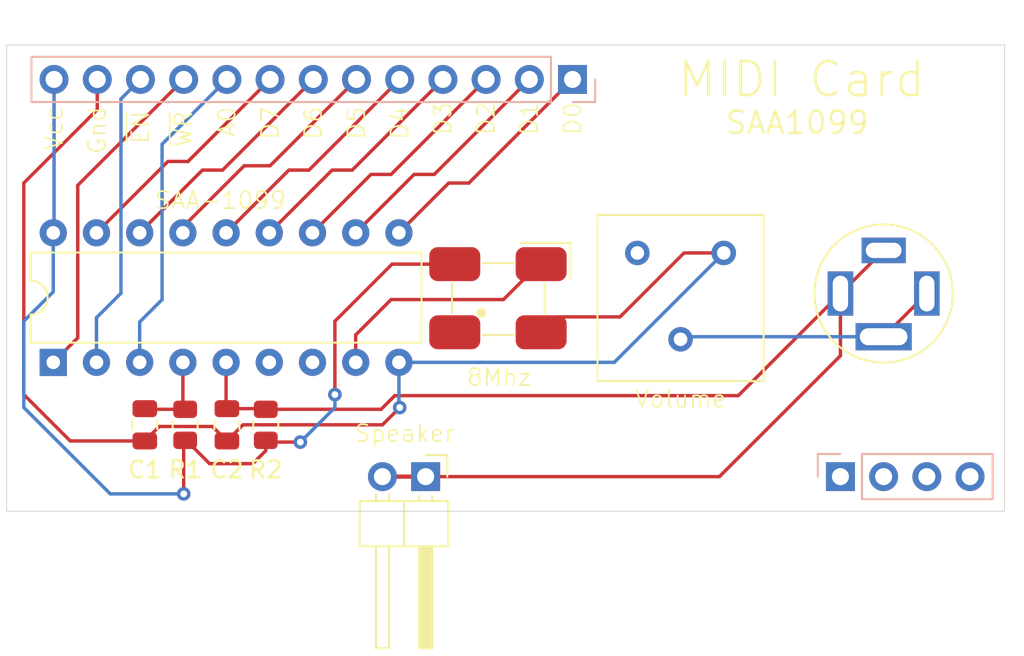
<source format=kicad_pcb>
(kicad_pcb (version 20211014) (generator pcbnew)
  (layers (0 "F.Cu" signal) (31 "B.Cu" signal) (34 "B.Paste" user) (35 "F.Paste" user) (36 "B.SilkS" user "B.Silkscreen") (37 "F.SilkS" user "F.Silkscreen") (38 "B.Mask" user) (39 "F.Mask" user) (44 "Edge.Cuts" user))
  (net 0 "")
  (net 1 "GND")
  (net 2 "Net-(LS1-PadR1)")
  (net 5 "Net-(U1-Pad3)")
  (net 6 "VCC")
  (net 7 "~{WRITE}")
  (net 8 "~{EN}")
  (net 9 "BUS0")
  (net 10 "A4")
  (net 11 "BUS1")
  (net 12 "BUS2")
  (net 13 "BUS3")
  (net 15 "BUS4")
  (net 17 "BUS5")
  (net 18 "BUS6")
  (net 19 "BUS7")
  (net 20 "SPEAKER_OUT")
  (net 25 "Net-(C1-Pad2)")
  (footprint "Resistor_SMD:R_0805_2012Metric" (layer "F.Cu") (at 152.908 74.676 90)
    (fp_text reference "R2" (at -2.64 0 180) (layer "F.SilkS"))
    (fp_text value "R_Small_US")
    (fp_line (start -0.227064 -0.735) (end 0.227064 -0.735) (layer "F.SilkS") (width 0.12))
    (fp_line (start -0.227064 0.735) (end 0.227064 0.735) (layer "F.SilkS") (width 0.12))
    (pad "1" smd roundrect locked (at -0.9125 0 90) (size 1.025 1.4) (layers "F.Cu" "F.Paste" "F.Mask") (roundrect_rratio 0.243902) (net 6 "VCC"))
    (pad "2" smd roundrect locked (at 0.9125 0 90) (size 1.025 1.4) (layers "F.Cu" "F.Paste" "F.Mask") (roundrect_rratio 0.243902) (net 20 "SPEAKER_OUT"))
  )
  (footprint "Capacitor_SMD:C_0805_2012Metric" (layer "F.Cu") (at 145.796 74.676 90)
    (fp_text reference "C1" (at -2.64 0 180) (layer "F.SilkS"))
    (fp_text value "C")
    (fp_line (start -0.261252 -0.735) (end 0.261252 -0.735) (layer "F.SilkS") (width 0.12))
    (fp_line (start -0.261252 0.735) (end 0.261252 0.735) (layer "F.SilkS") (width 0.12))
    (pad "1" smd roundrect locked (at -0.95 0 90) (size 1 1.45) (layers "F.Cu" "F.Paste" "F.Mask") (net 1 "GND"))
    (pad "2" smd roundrect locked (at 0.95 0 90) (size 1 1.45) (layers "F.Cu" "F.Paste" "F.Mask") (net 25 "Net-(C1-Pad2)"))
  )
  (footprint "Potentiometer_THT:Potentiometer_Bourns_3386F_Vertical" (layer "F.Cu") (at 174.752 64.565 -90)
    (fp_text reference "RV1" hide)
    (fp_text value "R_POT_TRIM_US")
    (fp_text user "Volume" (at 8.587 -2.54 unlocked) (layer "F.SilkS") (effects (font (thickness 0.1))))
    (fp_line (start 7.54 -7.425) (end 7.54 2.345) (layer "F.SilkS") (width 0.12))
    (fp_line (start -2.23 2.345) (end 7.54 2.345) (layer "F.SilkS") (width 0.12))
    (fp_line (start -2.23 -7.425) (end 7.54 -7.425) (layer "F.SilkS") (width 0.12))
    (fp_line (start -2.23 -7.425) (end -2.23 2.345) (layer "F.SilkS") (width 0.12))
    (pad "1" thru_hole circle (at 0 0 270) (size 1.44 1.44) (drill 0.8) (layers *.Cu *.Mask))
    (pad "2" thru_hole circle (at 5.08 -2.54 270) (size 1.44 1.44) (drill 0.8) (layers *.Cu *.Mask) (net 2 "Net-(LS1-PadR1)"))
    (pad "3" thru_hole circle (at 0 -5.08 270) (size 1.44 1.44) (drill 0.8) (layers *.Cu *.Mask) (net 1 "GND"))
  )
  (footprint "Stephenv6:CFPS-72 SMD Clock" (layer "F.Cu") (at 166.6075 57.0525)
    (fp_text reference "U1" hide)
    (fp_text value "SMD_Crystal")
    (fp_text user "8Mhz" (at 0.0165 14.8295 unlocked) (layer "F.SilkS") (effects (font (thickness 0.1))))
    (fp_line (start 2.7 9.28) (end 2.7 11.07) (layer "F.SilkS") (width 0.12))
    (fp_line (start -2.75 9.285) (end -2.75 11.075) (layer "F.SilkS") (width 0.12))
    (fp_line (start 0.88 12.34) (end -0.94 12.34) (layer "F.SilkS") (width 0.12))
    (fp_line (start 4.21 6.94) (end 4.21 9.02) (layer "F.SilkS") (width 0.12))
    (fp_line (start 1.3 6.92) (end 4.2 6.92) (layer "F.SilkS") (width 0.12))
    (fp_line (start 0.88 8.11) (end -0.94 8.11) (layer "F.SilkS") (width 0.12))
    (fp_circle (center -1.03 11.04) (end -0.806393 11.04) (layer "F.SilkS") (width 0.12) (fill solid))
    (pad "1" smd roundrect (at -2.59 12.18) (size 3 2) (layers "F.Cu" "F.Paste" "F.Mask"))
    (pad "2" smd roundrect (at 2.49 12.18) (size 3 2) (layers "F.Cu" "F.Paste" "F.Mask") (net 1 "GND"))
    (pad "3" smd roundrect (at 2.49 8.17) (size 3 2) (layers "F.Cu" "F.Paste" "F.Mask") (net 5 "Net-(U1-Pad3)"))
    (pad "4" smd roundrect (at -2.59 8.17) (size 3 2) (layers "F.Cu" "F.Paste" "F.Mask") (net 6 "VCC"))
  )
  (footprint "Stephenv6:speaker-jack" (layer "F.Cu") (at 189.2 57.655467)
    (fp_text reference "LS1" hide)
    (fp_text value "Speaker")
    (fp_circle (center 0.03 9.299533) (end 2.57 12.474533) (layer "F.SilkS") (width 0.12) (fill none))
    (pad "R1" thru_hole rect (at 2.57 9.299533 180) (size 1.5 2.6) (drill oval 0.9 2.1) (layers *.Cu *.Mask) (net 2 "Net-(LS1-PadR1)"))
    (pad "R2" thru_hole rect (at 0.03 11.839533 90) (size 1.6 3.3) (drill oval 1 2.8) (layers *.Cu *.Mask) (net 2 "Net-(LS1-PadR1)"))
    (pad "S" thru_hole rect (at 0.03 6.759533 90) (size 1.5 2.6) (drill oval 0.9 2.1) (layers *.Cu *.Mask) (net 20 "SPEAKER_OUT"))
    (pad "T" thru_hole rect (at -2.51 9.299533 180) (size 1.5 2.6) (drill oval 0.9 2.1) (layers *.Cu *.Mask) (net 20 "SPEAKER_OUT"))
  )
  (footprint "Connector_PinHeader_2.54mm:PinHeader_1x02_P2.54mm_Horizontal" (layer "F.Cu") (at 162.306 77.724 -90)
    (fp_text reference "J3" hide)
    (fp_text value "Conn_01x02")
    (fp_line (start 10.1 -0.38) (end 10.1 0.38) (layer "F.SilkS") (width 0.12))
    (fp_line (start -1.27 -1.27) (end 0 -1.27) (layer "F.SilkS") (width 0.12))
    (fp_line (start 4.1 -0.32) (end 10.1 -0.32) (layer "F.SilkS") (width 0.12))
    (fp_line (start -1.27 0) (end -1.27 -1.27) (layer "F.SilkS") (width 0.12))
    (fp_line (start 4.1 -0.08) (end 10.1 -0.08) (layer "F.SilkS") (width 0.12))
    (fp_line (start 4.1 0.04) (end 10.1 0.04) (layer "F.SilkS") (width 0.12))
    (fp_line (start 4.1 0.28) (end 10.1 0.28) (layer "F.SilkS") (width 0.12))
    (fp_line (start 1.44 3.87) (end 4.1 3.87) (layer "F.SilkS") (width 0.12))
    (fp_line (start 1.11 0.38) (end 1.44 0.38) (layer "F.SilkS") (width 0.12))
    (fp_line (start 4.1 0.16) (end 10.1 0.16) (layer "F.SilkS") (width 0.12))
    (fp_line (start 10.1 2.16) (end 10.1 2.92) (layer "F.SilkS") (width 0.12))
    (fp_line (start 4.1 -0.38) (end 10.1 -0.38) (layer "F.SilkS") (width 0.12))
    (fp_line (start 10.1 2.92) (end 4.1 2.92) (layer "F.SilkS") (width 0.12))
    (fp_line (start 1.042929 2.16) (end 1.44 2.16) (layer "F.SilkS") (width 0.12))
    (fp_line (start 10.1 0.38) (end 4.1 0.38) (layer "F.SilkS") (width 0.12))
    (fp_line (start 1.11 -0.38) (end 1.44 -0.38) (layer "F.SilkS") (width 0.12))
    (fp_line (start 1.44 1.27) (end 4.1 1.27) (layer "F.SilkS") (width 0.12))
    (fp_line (start 1.042929 2.92) (end 1.44 2.92) (layer "F.SilkS") (width 0.12))
    (fp_line (start 4.1 -0.2) (end 10.1 -0.2) (layer "F.SilkS") (width 0.12))
    (fp_line (start 1.44 -1.33) (end 1.44 3.87) (layer "F.SilkS") (width 0.12))
    (fp_line (start 4.1 2.16) (end 10.1 2.16) (layer "F.SilkS") (width 0.12))
    (fp_line (start 4.1 -1.33) (end 1.44 -1.33) (layer "F.SilkS") (width 0.12))
    (fp_line (start 4.1 3.87) (end 4.1 -1.33) (layer "F.SilkS") (width 0.12))
    (pad "1" thru_hole rect locked (at 0 0 270) (size 1.7 1.7) (drill 1) (layers *.Cu *.Mask) (net 20 "SPEAKER_OUT"))
    (pad "2" thru_hole oval locked (at 0 2.54 270) (size 1.7 1.7) (drill 1) (layers *.Cu *.Mask) (net 20 "SPEAKER_OUT"))
  )
  (footprint "Package_DIP:DIP-18_W7.62mm" (layer "F.Cu") (at 140.415 71 90)
    (fp_text reference "U2" hide)
    (fp_text value "SAA-1099")
    (fp_text user "SAA-1099 " (at 9.532 10.207 unlocked) (layer "F.SilkS") (effects (font (thickness 0.1))))
    (fp_line (start 2.81 -1.33) (end 1.16 -1.33) (layer "F.SilkS") (width 0.12))
    (fp_line (start 6.46 21.65) (end 6.46 -1.33) (layer "F.SilkS") (width 0.12))
    (fp_line (start 1.16 -1.33) (end 1.16 21.65) (layer "F.SilkS") (width 0.12))
    (fp_line (start 6.46 -1.33) (end 4.81 -1.33) (layer "F.SilkS") (width 0.12))
    (fp_line (start 1.16 21.65) (end 6.46 21.65) (layer "F.SilkS") (width 0.12))
    (fp_arc (start 4.81 -1.33) (mid 3.81 -0.33) (end 2.81 -1.33) (layer "F.SilkS") (width 0.12))
    (pad "1" thru_hole rect locked (at 0 0 90) (size 1.6 1.6) (drill 0.8) (layers *.Cu *.Mask) (net 7 "~{WRITE}"))
    (pad "2" thru_hole oval locked (at 0 2.54 90) (size 1.6 1.6) (drill 0.8) (layers *.Cu *.Mask) (net 8 "~{EN}"))
    (pad "3" thru_hole oval locked (at 0 5.08 90) (size 1.6 1.6) (drill 0.8) (layers *.Cu *.Mask) (net 10 "A4"))
    (pad "4" thru_hole oval locked (at 0 7.62 90) (size 1.6 1.6) (drill 0.8) (layers *.Cu *.Mask) (net 25 "Net-(C1-Pad2)"))
    (pad "5" thru_hole oval locked (at 0 10.16 90) (size 1.6 1.6) (drill 0.8) (layers *.Cu *.Mask) (net 20 "SPEAKER_OUT"))
    (pad "6" thru_hole oval locked (at 0 12.7 90) (size 1.6 1.6) (drill 0.8) (layers *.Cu *.Mask))
    (pad "7" thru_hole oval locked (at 0 15.24 90) (size 1.6 1.6) (drill 0.8) (layers *.Cu *.Mask))
    (pad "8" thru_hole oval locked (at 0 17.78 90) (size 1.6 1.6) (drill 0.8) (layers *.Cu *.Mask) (net 5 "Net-(U1-Pad3)"))
    (pad "9" thru_hole oval locked (at 0 20.32 90) (size 1.6 1.6) (drill 0.8) (layers *.Cu *.Mask) (net 1 "GND"))
    (pad "10" thru_hole oval locked (at 7.62 20.32 90) (size 1.6 1.6) (drill 0.8) (layers *.Cu *.Mask) (net 9 "BUS0"))
    (pad "11" thru_hole oval locked (at 7.62 17.78 90) (size 1.6 1.6) (drill 0.8) (layers *.Cu *.Mask) (net 11 "BUS1"))
    (pad "12" thru_hole oval locked (at 7.62 15.24 90) (size 1.6 1.6) (drill 0.8) (layers *.Cu *.Mask) (net 12 "BUS2"))
    (pad "13" thru_hole oval locked (at 7.62 12.7 90) (size 1.6 1.6) (drill 0.8) (layers *.Cu *.Mask) (net 13 "BUS3"))
    (pad "14" thru_hole oval locked (at 7.62 10.16 90) (size 1.6 1.6) (drill 0.8) (layers *.Cu *.Mask) (net 15 "BUS4"))
    (pad "15" thru_hole oval locked (at 7.62 7.62 90) (size 1.6 1.6) (drill 0.8) (layers *.Cu *.Mask) (net 17 "BUS5"))
    (pad "16" thru_hole oval locked (at 7.62 5.08 90) (size 1.6 1.6) (drill 0.8) (layers *.Cu *.Mask) (net 18 "BUS6"))
    (pad "17" thru_hole oval locked (at 7.62 2.54 90) (size 1.6 1.6) (drill 0.8) (layers *.Cu *.Mask) (net 19 "BUS7"))
    (pad "18" thru_hole oval locked (at 7.62 0 90) (size 1.6 1.6) (drill 0.8) (layers *.Cu *.Mask) (net 6 "VCC"))
  )
  (footprint "Resistor_SMD:R_0805_2012Metric" (layer "F.Cu") (at 148.17 74.676 90)
    (fp_text reference "R1" (at -2.64 0.006 180) (layer "F.SilkS"))
    (fp_text value "R_Small_US")
    (fp_line (start -0.227064 -0.735) (end 0.227064 -0.735) (layer "F.SilkS") (width 0.12))
    (fp_line (start -0.227064 0.735) (end 0.227064 0.735) (layer "F.SilkS") (width 0.12))
    (pad "1" smd roundrect locked (at -0.9125 0 90) (size 1.025 1.4) (layers "F.Cu" "F.Paste" "F.Mask") (roundrect_rratio 0.243902) (net 6 "VCC"))
    (pad "2" smd roundrect locked (at 0.9125 0 90) (size 1.025 1.4) (layers "F.Cu" "F.Paste" "F.Mask") (roundrect_rratio 0.243902) (net 25 "Net-(C1-Pad2)"))
  )
  (footprint "Capacitor_SMD:C_0805_2012Metric" (layer "F.Cu") (at 150.622 74.676 90)
    (fp_text reference "C2" (at -2.64 0 180) (layer "F.SilkS"))
    (fp_text value "C")
    (fp_line (start -0.261252 -0.735) (end 0.261252 -0.735) (layer "F.SilkS") (width 0.12))
    (fp_line (start -0.261252 0.735) (end 0.261252 0.735) (layer "F.SilkS") (width 0.12))
    (pad "1" smd roundrect locked (at -0.95 0 90) (size 1 1.45) (layers "F.Cu" "F.Paste" "F.Mask") (net 1 "GND"))
    (pad "2" smd roundrect locked (at 0.95 0 90) (size 1 1.45) (layers "F.Cu" "F.Paste" "F.Mask") (net 20 "SPEAKER_OUT"))
  )
  (footprint "Connector_PinHeader_2.54mm:PinHeader_1x13_P2.54mm_Vertical" (layer "B.Cu") (at 170.942 54.356 90)
    (fp_text reference "J1" hide)
    (fp_text value "Conn_01x13")
    (fp_line (start 1.33 -1.27) (end 1.33 -31.81) (layer "B.SilkS") (width 0.12))
    (fp_line (start -1.33 -1.27) (end -1.33 -31.81) (layer "B.SilkS") (width 0.12))
    (fp_line (start -1.33 0) (end -1.33 1.33) (layer "B.SilkS") (width 0.12))
    (fp_line (start -1.33 1.33) (end 0 1.33) (layer "B.SilkS") (width 0.12))
    (fp_line (start -1.33 -1.27) (end 1.33 -1.27) (layer "B.SilkS") (width 0.12))
    (fp_line (start -1.33 -31.81) (end 1.33 -31.81) (layer "B.SilkS") (width 0.12))
    (pad "1" thru_hole rect locked (at 0 0 90) (size 1.7 1.7) (drill 1) (layers *.Cu *.Mask) (net 9 "BUS0"))
    (pad "2" thru_hole oval locked (at 0 -2.54 90) (size 1.7 1.7) (drill 1) (layers *.Cu *.Mask) (net 11 "BUS1"))
    (pad "3" thru_hole oval locked (at 0 -5.08 90) (size 1.7 1.7) (drill 1) (layers *.Cu *.Mask) (net 12 "BUS2"))
    (pad "4" thru_hole oval locked (at 0 -7.62 90) (size 1.7 1.7) (drill 1) (layers *.Cu *.Mask) (net 13 "BUS3"))
    (pad "5" thru_hole oval locked (at 0 -10.16 90) (size 1.7 1.7) (drill 1) (layers *.Cu *.Mask) (net 15 "BUS4"))
    (pad "6" thru_hole oval locked (at 0 -12.7 90) (size 1.7 1.7) (drill 1) (layers *.Cu *.Mask) (net 17 "BUS5"))
    (pad "7" thru_hole oval locked (at 0 -15.24 90) (size 1.7 1.7) (drill 1) (layers *.Cu *.Mask) (net 18 "BUS6"))
    (pad "8" thru_hole oval locked (at 0 -17.78 90) (size 1.7 1.7) (drill 1) (layers *.Cu *.Mask) (net 19 "BUS7"))
    (pad "9" thru_hole oval locked (at 0 -20.32 90) (size 1.7 1.7) (drill 1) (layers *.Cu *.Mask) (net 10 "A4"))
    (pad "10" thru_hole oval locked (at 0 -22.86 90) (size 1.7 1.7) (drill 1) (layers *.Cu *.Mask) (net 7 "~{WRITE}"))
    (pad "11" thru_hole oval locked (at 0 -25.4 90) (size 1.7 1.7) (drill 1) (layers *.Cu *.Mask) (net 8 "~{EN}"))
    (pad "12" thru_hole oval locked (at 0 -27.94 90) (size 1.7 1.7) (drill 1) (layers *.Cu *.Mask) (net 1 "GND"))
    (pad "13" thru_hole oval locked (at 0 -30.48 90) (size 1.7 1.7) (drill 1) (layers *.Cu *.Mask) (net 6 "VCC"))
  )
  (footprint "Connector_PinHeader_2.54mm:PinHeader_1x04_P2.54mm_Vertical" (layer "B.Cu") (at 186.69 77.724 -90)
    (fp_text reference "J2" hide)
    (fp_text value "Conn_01x04")
    (fp_line (start -1.33 -1.27) (end 1.33 -1.27) (layer "B.SilkS") (width 0.12))
    (fp_line (start -1.33 0) (end -1.33 1.33) (layer "B.SilkS") (width 0.12))
    (fp_line (start -1.33 -1.27) (end -1.33 -8.95) (layer "B.SilkS") (width 0.12))
    (fp_line (start 1.33 -1.27) (end 1.33 -8.95) (layer "B.SilkS") (width 0.12))
    (fp_line (start -1.33 1.33) (end 0 1.33) (layer "B.SilkS") (width 0.12))
    (fp_line (start -1.33 -8.95) (end 1.33 -8.95) (layer "B.SilkS") (width 0.12))
    (pad "1" thru_hole rect locked (at 0 0 270) (size 1.7 1.7) (drill 1) (layers *.Cu *.Mask))
    (pad "2" thru_hole oval locked (at 0 -2.54 270) (size 1.7 1.7) (drill 1) (layers *.Cu *.Mask))
    (pad "3" thru_hole oval locked (at 0 -5.08 270) (size 1.7 1.7) (drill 1) (layers *.Cu *.Mask))
    (pad "4" thru_hole oval locked (at 0 -7.62 270) (size 1.7 1.7) (drill 1) (layers *.Cu *.Mask))
  )
  (gr_rect (start 137.668 52.324) (end 196.342 79.756) (layer "Edge.Cuts") (width 0.05) (fill none))
  (gr_text "Speaker" (at 164.084 75.184) (layer "F.SilkS") (effects (font (size 1 1) (thickness 0.1)) (justify right)))
  (gr_text "D1" (at 168.402 55.626 90) (layer "F.SilkS") (effects (font (size 1 1) (thickness 0.1)) (justify right)))
  (gr_text "Vcc" (at 140.462 55.88 90) (layer "F.SilkS") (effects (font (size 1 1) (thickness 0.1)) (justify right)))
  (gr_text "D0" (at 170.942 55.626 90) (layer "F.SilkS") (effects (font (size 1 1) (thickness 0.1)) (justify right)))
  (gr_text "D3" (at 163.322 55.626 90) (layer "F.SilkS") (effects (font (size 1 1) (thickness 0.1)) (justify right)))
  (gr_text "D4" (at 160.782 55.88 90) (layer "F.SilkS") (effects (font (size 1 1) (thickness 0.1)) (justify right)))
  (gr_text "Gnd" (at 143.002 55.88 90) (layer "F.SilkS") (effects (font (size 1 1) (thickness 0.1)) (justify right)))
  (gr_text "~{EN}" (at 145.542 56.134 90) (layer "F.SilkS") (effects (font (size 1 1) (thickness 0.1)) (justify right)))
  (gr_text "D5" (at 158.242 55.88 90) (layer "F.SilkS") (effects (font (size 1 1) (thickness 0.1)) (justify right)))
  (gr_text "D6" (at 155.702 55.88 90) (layer "F.SilkS") (effects (font (size 1 1) (thickness 0.1)) (justify right)))
  (gr_text "D7" (at 153.162 55.88 90) (layer "F.SilkS") (effects (font (size 1 1) (thickness 0.1)) (justify right)))
  (gr_text "A0" (at 150.622 55.88 90) (layer "F.SilkS") (effects (font (size 1 1) (thickness 0.1)) (justify right)))
  (gr_text "D2" (at 165.862 55.626 90) (layer "F.SilkS") (effects (font (size 1 1) (thickness 0.1)) (justify right)))
  (gr_text "SAA1099\n" (at 184.15 56.896) (layer "F.SilkS") (effects (font (size 1.3 1.3))))
  (gr_text "~{WR}" (at 148.082 56.134 90) (layer "F.SilkS") (effects (font (size 1 1) (thickness 0.1)) (justify right)))
  (gr_text "MIDI Card" (at 184.404 54.356) (layer "F.SilkS") (effects (font (size 2 2))))
  (segment (start 173.736 68.326) (end 177.497 64.565) (width 0.2) (layer "F.Cu") (net 1))
  (segment (start 169.0975 69.2325) (end 170.004 68.326) (width 0.2) (layer "F.Cu") (net 1))
  (segment (start 150.622 75.626) (end 151.572 74.676) (width 0.2) (layer "F.Cu") (net 1))
  (segment (start 141.412 75.626) (end 138.684 72.898) (width 0.2) (layer "F.Cu") (net 1))
  (segment (start 159.766 74.676) (end 160.782 73.66) (width 0.2) (layer "F.Cu") (net 1))
  (segment (start 151.572 74.676) (end 159.766 74.676) (width 0.2) (layer "F.Cu") (net 1))
  (segment (start 170.004 68.326) (end 173.736 68.326) (width 0.2) (layer "F.Cu") (net 1))
  (segment (start 177.497 64.565) (end 179.832 64.565) (width 0.2) (layer "F.Cu") (net 1))
  (segment (start 143.002 56.134) (end 143.002 54.356) (width 0.2) (layer "F.Cu") (net 1))
  (segment (start 146.64552 74.77648) (end 145.796 75.626) (width 0.2) (layer "F.Cu") (net 1))
  (segment (start 149.77248 74.77648) (end 146.64552 74.77648) (width 0.2) (layer "F.Cu") (net 1))
  (segment (start 138.684 60.452) (end 143.002 56.134) (width 0.2) (layer "F.Cu") (net 1))
  (segment (start 150.622 75.626) (end 149.77248 74.77648) (width 0.2) (layer "F.Cu") (net 1))
  (segment (start 138.684 72.898) (end 138.684 60.452) (width 0.2) (layer "F.Cu") (net 1))
  (segment (start 145.796 75.626) (end 141.412 75.626) (width 0.2) (layer "F.Cu") (net 1))
  (via (at 160.782 73.66) (size 0.8) (drill 0.4) (layers "F.Cu" "B.Cu") (net 1))
  (segment (start 160.735 71) (end 160.735 73.613) (width 0.2) (layer "B.Cu") (net 1))
  (segment (start 173.397 71) (end 160.735 71) (width 0.2) (layer "B.Cu") (net 1))
  (segment (start 160.735 73.613) (end 160.782 73.66) (width 0.2) (layer "B.Cu") (net 1))
  (segment (start 179.832 64.565) (end 173.397 71) (width 0.2) (layer "B.Cu") (net 1))
  (segment (start 189.23 69.495) (end 191.77 66.955) (width 0.2) (layer "F.Cu") (net 2))
  (segment (start 189.23 69.495) (end 177.442 69.495) (width 0.2) (layer "B.Cu") (net 2))
  (segment (start 177.442 69.495) (end 177.292 69.645) (width 0.2) (layer "B.Cu") (net 2))
  (segment (start 166.878 67.31) (end 160.274 67.31) (width 0.2) (layer "F.Cu") (net 5))
  (segment (start 158.195 69.389) (end 158.195 71) (width 0.2) (layer "F.Cu") (net 5))
  (segment (start 169.0975 65.2225) (end 168.9655 65.2225) (width 0.2) (layer "F.Cu") (net 5))
  (segment (start 168.9655 65.2225) (end 166.878 67.31) (width 0.2) (layer "F.Cu") (net 5))
  (segment (start 160.274 67.31) (end 158.195 69.389) (width 0.2) (layer "F.Cu") (net 5))
  (segment (start 148.17 75.5885) (end 148.2325 75.5885) (width 0.2) (layer "F.Cu") (net 6))
  (segment (start 148.082 78.74) (end 148.082 75.6765) (width 0.2) (layer "F.Cu") (net 6))
  (segment (start 148.082 75.6765) (end 148.17 75.5885) (width 0.2) (layer "F.Cu") (net 6))
  (segment (start 160.3295 65.2225) (end 156.972 68.58) (width 0.2) (layer "F.Cu") (net 6))
  (segment (start 156.972 68.58) (end 156.972 72.898) (width 0.2) (layer "F.Cu") (net 6))
  (segment (start 149.606 76.962) (end 152.146 76.962) (width 0.2) (layer "F.Cu") (net 6))
  (segment (start 152.146 76.962) (end 152.908 76.2) (width 0.2) (layer "F.Cu") (net 6))
  (segment (start 164.0175 65.2225) (end 160.3295 65.2225) (width 0.2) (layer "F.Cu") (net 6))
  (segment (start 153.0115 75.692) (end 152.908 75.5885) (width 0.2) (layer "F.Cu") (net 6))
  (segment (start 148.2325 75.5885) (end 149.606 76.962) (width 0.2) (layer "F.Cu") (net 6))
  (segment (start 152.908 76.2) (end 152.908 75.5885) (width 0.2) (layer "F.Cu") (net 6))
  (segment (start 154.94 75.692) (end 153.0115 75.692) (width 0.2) (layer "F.Cu") (net 6))
  (via (at 156.972 72.898) (size 0.8) (drill 0.4) (layers "F.Cu" "B.Cu") (net 6))
  (via (at 148.082 78.74) (size 0.8) (drill 0.4) (layers "F.Cu" "B.Cu") (net 6))
  (via (at 154.94 75.692) (size 0.8) (drill 0.4) (layers "F.Cu" "B.Cu") (net 6))
  (segment (start 138.938 68.326) (end 138.684 68.58) (width 0.2) (layer "B.Cu") (net 6))
  (segment (start 138.684 68.58) (end 138.684 71.12) (width 0.2) (layer "B.Cu") (net 6))
  (segment (start 140.462 63.333) (end 140.415 63.38) (width 0.2) (layer "B.Cu") (net 6))
  (segment (start 138.684 73.66) (end 142.24 77.216) (width 0.2) (layer "B.Cu") (net 6))
  (segment (start 143.764 78.74) (end 148.082 78.74) (width 0.2) (layer "B.Cu") (net 6))
  (segment (start 140.415 66.849) (end 138.938 68.326) (width 0.2) (layer "B.Cu") (net 6))
  (segment (start 140.415 63.38) (end 140.415 66.849) (width 0.2) (layer "B.Cu") (net 6))
  (segment (start 156.972 73.66) (end 154.94 75.692) (width 0.2) (layer "B.Cu") (net 6))
  (segment (start 140.462 54.356) (end 140.462 63.333) (width 0.2) (layer "B.Cu") (net 6))
  (segment (start 156.972 72.898) (end 156.972 73.66) (width 0.2) (layer "B.Cu") (net 6))
  (segment (start 138.684 71.12) (end 138.684 73.66) (width 0.2) (layer "B.Cu") (net 6))
  (segment (start 142.24 77.216) (end 143.764 78.74) (width 0.2) (layer "B.Cu") (net 6))
  (segment (start 148.082 54.356) (end 141.855489 60.582511) (width 0.2) (layer "F.Cu") (net 7))
  (segment (start 141.855489 60.582511) (end 141.855489 69.559511) (width 0.2) (layer "F.Cu") (net 7))
  (segment (start 141.855489 69.559511) (end 140.415 71) (width 0.2) (layer "F.Cu") (net 7))
  (segment (start 144.395489 66.932511) (end 142.955 68.373) (width 0.2) (layer "B.Cu") (net 8))
  (segment (start 142.955 68.373) (end 142.955 71) (width 0.2) (layer "B.Cu") (net 8))
  (segment (start 145.542 54.356) (end 144.395489 55.502511) (width 0.2) (layer "B.Cu") (net 8))
  (segment (start 144.395489 55.502511) (end 144.395489 66.932511) (width 0.2) (layer "B.Cu") (net 8))
  (segment (start 164.846 60.452) (end 170.942 54.356) (width 0.2) (layer "F.Cu") (net 9))
  (segment (start 160.735 63.38) (end 163.663 60.452) (width 0.2) (layer "F.Cu") (net 9))
  (segment (start 163.663 60.452) (end 164.846 60.452) (width 0.2) (layer "F.Cu") (net 9))
  (segment (start 150.622 54.356) (end 146.812 58.166) (width 0.2) (layer "B.Cu") (net 10))
  (segment (start 145.495 68.627) (end 145.495 71) (width 0.2) (layer "B.Cu") (net 10))
  (segment (start 146.812 58.166) (end 146.812 67.31) (width 0.2) (layer "B.Cu") (net 10))
  (segment (start 146.812 67.31) (end 145.495 68.627) (width 0.2) (layer "B.Cu") (net 10))
  (segment (start 158.195 63.38) (end 161.631 59.944) (width 0.2) (layer "F.Cu") (net 11))
  (segment (start 162.814 59.944) (end 168.402 54.356) (width 0.2) (layer "F.Cu") (net 11))
  (segment (start 161.631 59.944) (end 162.814 59.944) (width 0.2) (layer "F.Cu") (net 11))
  (segment (start 155.655 63.38) (end 159.091 59.944) (width 0.2) (layer "F.Cu") (net 12))
  (segment (start 159.091 59.944) (end 160.274 59.944) (width 0.2) (layer "F.Cu") (net 12))
  (segment (start 160.274 59.944) (end 165.862 54.356) (width 0.2) (layer "F.Cu") (net 12))
  (segment (start 153.115 63.38) (end 156.805 59.69) (width 0.2) (layer "F.Cu") (net 13))
  (segment (start 157.988 59.69) (end 163.322 54.356) (width 0.2) (layer "F.Cu") (net 13))
  (segment (start 156.805 59.69) (end 157.988 59.69) (width 0.2) (layer "F.Cu") (net 13))
  (segment (start 155.448 59.69) (end 160.782 54.356) (width 0.2) (layer "F.Cu") (net 15))
  (segment (start 150.575 63.38) (end 154.265 59.69) (width 0.2) (layer "F.Cu") (net 15))
  (segment (start 154.265 59.69) (end 155.448 59.69) (width 0.2) (layer "F.Cu") (net 15))
  (segment (start 153.162 59.436) (end 158.242 54.356) (width 0.2) (layer "F.Cu") (net 17))
  (segment (start 151.638 59.436) (end 153.162 59.436) (width 0.2) (layer "F.Cu") (net 17))
  (segment (start 148.035 63.039) (end 151.638 59.436) (width 0.2) (layer "F.Cu") (net 17))
  (segment (start 148.035 63.38) (end 148.035 63.039) (width 0.2) (layer "F.Cu") (net 17))
  (segment (start 145.495 63.38) (end 149.185 59.69) (width 0.2) (layer "F.Cu") (net 18))
  (segment (start 150.368 59.69) (end 155.702 54.356) (width 0.2) (layer "F.Cu") (net 18))
  (segment (start 149.185 59.69) (end 150.368 59.69) (width 0.2) (layer "F.Cu") (net 18))
  (segment (start 142.955 63.38) (end 147.153 59.182) (width 0.2) (layer "F.Cu") (net 19))
  (segment (start 147.153 59.182) (end 148.336 59.182) (width 0.2) (layer "F.Cu") (net 19))
  (segment (start 148.336 59.182) (end 153.162 54.356) (width 0.2) (layer "F.Cu") (net 19))
  (segment (start 150.575 71) (end 150.575 73.679) (width 0.2) (layer "F.Cu") (net 20))
  (segment (start 150.622 73.726) (end 152.8705 73.726) (width 0.2) (layer "F.Cu") (net 20))
  (segment (start 159.766 77.724) (end 162.306 77.724) (width 0.25) (layer "F.Cu") (net 20))
  (segment (start 186.69 66.955) (end 189.23 64.415) (width 0.2) (layer "F.Cu") (net 20))
  (segment (start 152.908 73.7635) (end 159.689255 73.7635) (width 0.2) (layer "F.Cu") (net 20))
  (segment (start 186.69 66.955) (end 186.69 70.612) (width 0.2) (layer "F.Cu") (net 20))
  (segment (start 152.8705 73.726) (end 152.908 73.7635) (width 0.2) (layer "F.Cu") (net 20))
  (segment (start 186.69 70.612) (end 179.578 77.724) (width 0.2) (layer "F.Cu") (net 20))
  (segment (start 159.689255 73.7635) (end 160.492256 72.960499) (width 0.2) (layer "F.Cu") (net 20))
  (segment (start 160.492256 72.960499) (end 180.684501 72.960499) (width 0.2) (layer "F.Cu") (net 20))
  (segment (start 180.684501 72.960499) (end 186.69 66.955) (width 0.2) (layer "F.Cu") (net 20))
  (segment (start 150.575 73.679) (end 150.622 73.726) (width 0.2) (layer "F.Cu") (net 20))
  (segment (start 179.578 77.724) (end 162.306 77.724) (width 0.2) (layer "F.Cu") (net 20))
  (segment (start 148.035 73.6285) (end 148.035 71) (width 0.2) (layer "F.Cu") (net 25))
  (segment (start 145.8335 73.7635) (end 145.796 73.726) (width 0.2) (layer "F.Cu") (net 25))
  (segment (start 148.17 73.7635) (end 148.035 73.6285) (width 0.2) (layer "F.Cu") (net 25))
  (segment (start 148.17 73.7635) (end 145.8335 73.7635) (width 0.2) (layer "F.Cu") (net 25))
)
</source>
